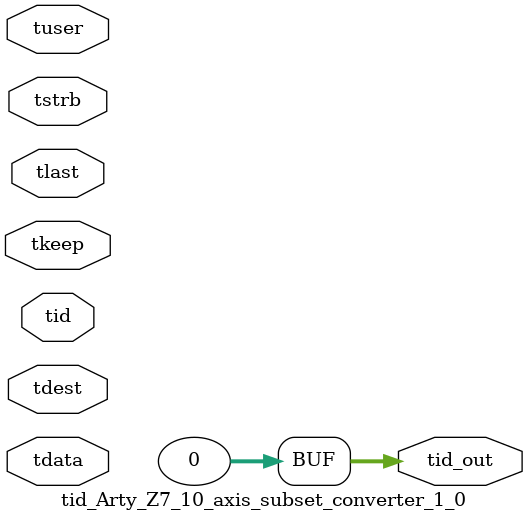
<source format=v>


`timescale 1ps/1ps

module tid_Arty_Z7_10_axis_subset_converter_1_0 #
(
parameter C_S_AXIS_TID_WIDTH   = 1,
parameter C_S_AXIS_TUSER_WIDTH = 0,
parameter C_S_AXIS_TDATA_WIDTH = 0,
parameter C_S_AXIS_TDEST_WIDTH = 0,
parameter C_M_AXIS_TID_WIDTH   = 32
)
(
input  [(C_S_AXIS_TID_WIDTH   == 0 ? 1 : C_S_AXIS_TID_WIDTH)-1:0       ] tid,
input  [(C_S_AXIS_TDATA_WIDTH == 0 ? 1 : C_S_AXIS_TDATA_WIDTH)-1:0     ] tdata,
input  [(C_S_AXIS_TUSER_WIDTH == 0 ? 1 : C_S_AXIS_TUSER_WIDTH)-1:0     ] tuser,
input  [(C_S_AXIS_TDEST_WIDTH == 0 ? 1 : C_S_AXIS_TDEST_WIDTH)-1:0     ] tdest,
input  [(C_S_AXIS_TDATA_WIDTH/8)-1:0 ] tkeep,
input  [(C_S_AXIS_TDATA_WIDTH/8)-1:0 ] tstrb,
input                                                                    tlast,
output [(C_M_AXIS_TID_WIDTH   == 0 ? 1 : C_M_AXIS_TID_WIDTH)-1:0       ] tid_out
);

assign tid_out = {1'b0};

endmodule


</source>
